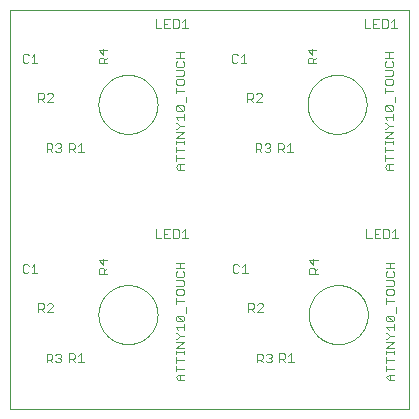
<source format=gto>
G75*
%MOIN*%
%OFA0B0*%
%FSLAX25Y25*%
%IPPOS*%
%LPD*%
%AMOC8*
5,1,8,0,0,1.08239X$1,22.5*
%
%ADD10C,0.00300*%
%ADD11C,0.00000*%
D10*
X0013527Y0017063D02*
X0013527Y0019966D01*
X0014978Y0019966D01*
X0015462Y0019482D01*
X0015462Y0018515D01*
X0014978Y0018031D01*
X0013527Y0018031D01*
X0014494Y0018031D02*
X0015462Y0017063D01*
X0016473Y0017547D02*
X0016957Y0017063D01*
X0017924Y0017063D01*
X0018408Y0017547D01*
X0018408Y0018031D01*
X0017924Y0018515D01*
X0017441Y0018515D01*
X0017924Y0018515D02*
X0018408Y0018998D01*
X0018408Y0019482D01*
X0017924Y0019966D01*
X0016957Y0019966D01*
X0016473Y0019482D01*
X0020968Y0020045D02*
X0020968Y0017142D01*
X0020968Y0018110D02*
X0022419Y0018110D01*
X0022903Y0018593D01*
X0022903Y0019561D01*
X0022419Y0020045D01*
X0020968Y0020045D01*
X0021935Y0018110D02*
X0022903Y0017142D01*
X0023914Y0017142D02*
X0025849Y0017142D01*
X0024882Y0017142D02*
X0024882Y0020045D01*
X0023914Y0019077D01*
X0015613Y0033953D02*
X0013678Y0033953D01*
X0015613Y0035888D01*
X0015613Y0036372D01*
X0015129Y0036856D01*
X0014162Y0036856D01*
X0013678Y0036372D01*
X0012667Y0036372D02*
X0012667Y0035404D01*
X0012183Y0034921D01*
X0010732Y0034921D01*
X0011699Y0034921D02*
X0012667Y0033953D01*
X0010732Y0033953D02*
X0010732Y0036856D01*
X0012183Y0036856D01*
X0012667Y0036372D01*
X0010436Y0046906D02*
X0008501Y0046906D01*
X0009468Y0046906D02*
X0009468Y0049808D01*
X0008501Y0048841D01*
X0007489Y0049325D02*
X0007006Y0049808D01*
X0006038Y0049808D01*
X0005554Y0049325D01*
X0005554Y0047390D01*
X0006038Y0046906D01*
X0007006Y0046906D01*
X0007489Y0047390D01*
X0030847Y0046682D02*
X0030847Y0048133D01*
X0031331Y0048617D01*
X0032298Y0048617D01*
X0032782Y0048133D01*
X0032782Y0046682D01*
X0032782Y0047650D02*
X0033750Y0048617D01*
X0032298Y0049629D02*
X0032298Y0051564D01*
X0030847Y0051080D02*
X0032298Y0049629D01*
X0033750Y0051080D02*
X0030847Y0051080D01*
X0030847Y0046682D02*
X0033750Y0046682D01*
X0049826Y0058500D02*
X0051761Y0058500D01*
X0052772Y0058500D02*
X0054707Y0058500D01*
X0055719Y0058500D02*
X0057170Y0058500D01*
X0057654Y0058984D01*
X0057654Y0060919D01*
X0057170Y0061403D01*
X0055719Y0061403D01*
X0055719Y0058500D01*
X0053740Y0059952D02*
X0052772Y0059952D01*
X0052772Y0061403D02*
X0052772Y0058500D01*
X0049826Y0058500D02*
X0049826Y0061403D01*
X0052772Y0061403D02*
X0054707Y0061403D01*
X0058666Y0060435D02*
X0059633Y0061403D01*
X0059633Y0058500D01*
X0058666Y0058500D02*
X0060600Y0058500D01*
X0059388Y0050356D02*
X0056486Y0050356D01*
X0057937Y0050356D02*
X0057937Y0048421D01*
X0058904Y0047410D02*
X0059388Y0046926D01*
X0059388Y0045959D01*
X0058904Y0045475D01*
X0056969Y0045475D01*
X0056486Y0045959D01*
X0056486Y0046926D01*
X0056969Y0047410D01*
X0056486Y0048421D02*
X0059388Y0048421D01*
X0058904Y0044463D02*
X0056486Y0044463D01*
X0056486Y0042528D02*
X0058904Y0042528D01*
X0059388Y0043012D01*
X0059388Y0043980D01*
X0058904Y0044463D01*
X0058904Y0041517D02*
X0056969Y0041517D01*
X0056486Y0041033D01*
X0056486Y0040066D01*
X0056969Y0039582D01*
X0058904Y0039582D01*
X0059388Y0040066D01*
X0059388Y0041033D01*
X0058904Y0041517D01*
X0056486Y0038570D02*
X0056486Y0036635D01*
X0056486Y0037603D02*
X0059388Y0037603D01*
X0059872Y0035624D02*
X0059872Y0033689D01*
X0058904Y0032677D02*
X0059388Y0032194D01*
X0059388Y0031226D01*
X0058904Y0030742D01*
X0056969Y0032677D01*
X0058904Y0032677D01*
X0056969Y0032677D02*
X0056486Y0032194D01*
X0056486Y0031226D01*
X0056969Y0030742D01*
X0058904Y0030742D01*
X0059388Y0029731D02*
X0059388Y0027796D01*
X0059388Y0028763D02*
X0056486Y0028763D01*
X0057453Y0027796D01*
X0056969Y0026784D02*
X0056486Y0026784D01*
X0056969Y0026784D02*
X0057937Y0025817D01*
X0059388Y0025817D01*
X0057937Y0025817D02*
X0056969Y0024849D01*
X0056486Y0024849D01*
X0056486Y0023838D02*
X0059388Y0023838D01*
X0056486Y0021903D01*
X0059388Y0021903D01*
X0059388Y0020906D02*
X0059388Y0019938D01*
X0059388Y0020422D02*
X0056486Y0020422D01*
X0056486Y0019938D02*
X0056486Y0020906D01*
X0056486Y0018927D02*
X0056486Y0016992D01*
X0056486Y0017959D02*
X0059388Y0017959D01*
X0059388Y0015013D02*
X0056486Y0015013D01*
X0056486Y0015980D02*
X0056486Y0014045D01*
X0057453Y0013034D02*
X0059388Y0013034D01*
X0057937Y0013034D02*
X0057937Y0011099D01*
X0057453Y0011099D02*
X0056486Y0012066D01*
X0057453Y0013034D01*
X0057453Y0011099D02*
X0059388Y0011099D01*
X0080810Y0033953D02*
X0080810Y0036856D01*
X0082262Y0036856D01*
X0082745Y0036372D01*
X0082745Y0035404D01*
X0082262Y0034921D01*
X0080810Y0034921D01*
X0081778Y0034921D02*
X0082745Y0033953D01*
X0083757Y0033953D02*
X0085692Y0035888D01*
X0085692Y0036372D01*
X0085208Y0036856D01*
X0084241Y0036856D01*
X0083757Y0036372D01*
X0083757Y0033953D02*
X0085692Y0033953D01*
X0080515Y0046906D02*
X0078580Y0046906D01*
X0079547Y0046906D02*
X0079547Y0049808D01*
X0078580Y0048841D01*
X0077568Y0049325D02*
X0077084Y0049808D01*
X0076117Y0049808D01*
X0075633Y0049325D01*
X0075633Y0047390D01*
X0076117Y0046906D01*
X0077084Y0046906D01*
X0077568Y0047390D01*
X0100926Y0046682D02*
X0100926Y0048133D01*
X0101410Y0048617D01*
X0102377Y0048617D01*
X0102861Y0048133D01*
X0102861Y0046682D01*
X0103828Y0046682D02*
X0100926Y0046682D01*
X0102861Y0047650D02*
X0103828Y0048617D01*
X0102377Y0049629D02*
X0102377Y0051564D01*
X0100926Y0051080D02*
X0102377Y0049629D01*
X0103828Y0051080D02*
X0100926Y0051080D01*
X0119905Y0058500D02*
X0121840Y0058500D01*
X0122851Y0058500D02*
X0124786Y0058500D01*
X0125798Y0058500D02*
X0127249Y0058500D01*
X0127733Y0058984D01*
X0127733Y0060919D01*
X0127249Y0061403D01*
X0125798Y0061403D01*
X0125798Y0058500D01*
X0123819Y0059952D02*
X0122851Y0059952D01*
X0122851Y0061403D02*
X0122851Y0058500D01*
X0119905Y0058500D02*
X0119905Y0061403D01*
X0122851Y0061403D02*
X0124786Y0061403D01*
X0128744Y0060435D02*
X0129712Y0061403D01*
X0129712Y0058500D01*
X0130679Y0058500D02*
X0128744Y0058500D01*
X0129467Y0050356D02*
X0126564Y0050356D01*
X0128016Y0050356D02*
X0128016Y0048421D01*
X0128983Y0047410D02*
X0129467Y0046926D01*
X0129467Y0045959D01*
X0128983Y0045475D01*
X0127048Y0045475D01*
X0126564Y0045959D01*
X0126564Y0046926D01*
X0127048Y0047410D01*
X0126564Y0048421D02*
X0129467Y0048421D01*
X0128983Y0044463D02*
X0126564Y0044463D01*
X0126564Y0042528D02*
X0128983Y0042528D01*
X0129467Y0043012D01*
X0129467Y0043980D01*
X0128983Y0044463D01*
X0128983Y0041517D02*
X0127048Y0041517D01*
X0126564Y0041033D01*
X0126564Y0040066D01*
X0127048Y0039582D01*
X0128983Y0039582D01*
X0129467Y0040066D01*
X0129467Y0041033D01*
X0128983Y0041517D01*
X0126564Y0038570D02*
X0126564Y0036635D01*
X0126564Y0037603D02*
X0129467Y0037603D01*
X0129951Y0035624D02*
X0129951Y0033689D01*
X0128983Y0032677D02*
X0129467Y0032194D01*
X0129467Y0031226D01*
X0128983Y0030742D01*
X0127048Y0032677D01*
X0128983Y0032677D01*
X0127048Y0032677D02*
X0126564Y0032194D01*
X0126564Y0031226D01*
X0127048Y0030742D01*
X0128983Y0030742D01*
X0129467Y0029731D02*
X0129467Y0027796D01*
X0129467Y0028763D02*
X0126564Y0028763D01*
X0127532Y0027796D01*
X0127048Y0026784D02*
X0126564Y0026784D01*
X0127048Y0026784D02*
X0128016Y0025817D01*
X0129467Y0025817D01*
X0128016Y0025817D02*
X0127048Y0024849D01*
X0126564Y0024849D01*
X0126564Y0023838D02*
X0129467Y0023838D01*
X0126564Y0021903D01*
X0129467Y0021903D01*
X0129467Y0020906D02*
X0129467Y0019938D01*
X0129467Y0020422D02*
X0126564Y0020422D01*
X0126564Y0019938D02*
X0126564Y0020906D01*
X0126564Y0018927D02*
X0126564Y0016992D01*
X0126564Y0017959D02*
X0129467Y0017959D01*
X0129467Y0015013D02*
X0126564Y0015013D01*
X0126564Y0015980D02*
X0126564Y0014045D01*
X0127532Y0013034D02*
X0129467Y0013034D01*
X0128016Y0013034D02*
X0128016Y0011099D01*
X0127532Y0011099D02*
X0126564Y0012066D01*
X0127532Y0013034D01*
X0127532Y0011099D02*
X0129467Y0011099D01*
X0095928Y0017142D02*
X0093993Y0017142D01*
X0094960Y0017142D02*
X0094960Y0020045D01*
X0093993Y0019077D01*
X0092981Y0018593D02*
X0092498Y0018110D01*
X0091046Y0018110D01*
X0091046Y0017142D02*
X0091046Y0020045D01*
X0092498Y0020045D01*
X0092981Y0019561D01*
X0092981Y0018593D01*
X0092014Y0018110D02*
X0092981Y0017142D01*
X0088487Y0017547D02*
X0088003Y0017063D01*
X0087036Y0017063D01*
X0086552Y0017547D01*
X0085540Y0017063D02*
X0084573Y0018031D01*
X0085057Y0018031D02*
X0083605Y0018031D01*
X0083605Y0017063D02*
X0083605Y0019966D01*
X0085057Y0019966D01*
X0085540Y0019482D01*
X0085540Y0018515D01*
X0085057Y0018031D01*
X0086552Y0019482D02*
X0087036Y0019966D01*
X0088003Y0019966D01*
X0088487Y0019482D01*
X0088487Y0018998D01*
X0088003Y0018515D01*
X0088487Y0018031D01*
X0088487Y0017547D01*
X0088003Y0018515D02*
X0087519Y0018515D01*
X0059388Y0081178D02*
X0057453Y0081178D01*
X0056486Y0082145D01*
X0057453Y0083113D01*
X0059388Y0083113D01*
X0057937Y0083113D02*
X0057937Y0081178D01*
X0056486Y0084124D02*
X0056486Y0086059D01*
X0056486Y0085092D02*
X0059388Y0085092D01*
X0059388Y0088038D02*
X0056486Y0088038D01*
X0056486Y0087071D02*
X0056486Y0089006D01*
X0056486Y0090017D02*
X0056486Y0090985D01*
X0056486Y0090501D02*
X0059388Y0090501D01*
X0059388Y0090017D02*
X0059388Y0090985D01*
X0059388Y0091981D02*
X0056486Y0091981D01*
X0059388Y0093916D01*
X0056486Y0093916D01*
X0056486Y0094928D02*
X0056969Y0094928D01*
X0057937Y0095895D01*
X0059388Y0095895D01*
X0057937Y0095895D02*
X0056969Y0096863D01*
X0056486Y0096863D01*
X0057453Y0097874D02*
X0056486Y0098842D01*
X0059388Y0098842D01*
X0059388Y0099809D02*
X0059388Y0097874D01*
X0058904Y0100821D02*
X0056969Y0100821D01*
X0056486Y0101305D01*
X0056486Y0102272D01*
X0056969Y0102756D01*
X0058904Y0100821D01*
X0059388Y0101305D01*
X0059388Y0102272D01*
X0058904Y0102756D01*
X0056969Y0102756D01*
X0059872Y0103768D02*
X0059872Y0105703D01*
X0059388Y0107682D02*
X0056486Y0107682D01*
X0056486Y0108649D02*
X0056486Y0106714D01*
X0056969Y0109661D02*
X0058904Y0109661D01*
X0059388Y0110144D01*
X0059388Y0111112D01*
X0058904Y0111596D01*
X0056969Y0111596D01*
X0056486Y0111112D01*
X0056486Y0110144D01*
X0056969Y0109661D01*
X0056486Y0112607D02*
X0058904Y0112607D01*
X0059388Y0113091D01*
X0059388Y0114058D01*
X0058904Y0114542D01*
X0056486Y0114542D01*
X0056969Y0115554D02*
X0058904Y0115554D01*
X0059388Y0116037D01*
X0059388Y0117005D01*
X0058904Y0117489D01*
X0059388Y0118500D02*
X0056486Y0118500D01*
X0056969Y0117489D02*
X0056486Y0117005D01*
X0056486Y0116037D01*
X0056969Y0115554D01*
X0057937Y0118500D02*
X0057937Y0120435D01*
X0056486Y0120435D02*
X0059388Y0120435D01*
X0059633Y0128579D02*
X0059633Y0131482D01*
X0058666Y0130514D01*
X0057654Y0130998D02*
X0057654Y0129063D01*
X0057170Y0128579D01*
X0055719Y0128579D01*
X0055719Y0131482D01*
X0057170Y0131482D01*
X0057654Y0130998D01*
X0058666Y0128579D02*
X0060600Y0128579D01*
X0054707Y0128579D02*
X0052772Y0128579D01*
X0052772Y0131482D01*
X0054707Y0131482D01*
X0053740Y0130030D02*
X0052772Y0130030D01*
X0051761Y0128579D02*
X0049826Y0128579D01*
X0049826Y0131482D01*
X0033750Y0121159D02*
X0030847Y0121159D01*
X0032298Y0119707D01*
X0032298Y0121642D01*
X0032298Y0118696D02*
X0032782Y0118212D01*
X0032782Y0116761D01*
X0032782Y0117728D02*
X0033750Y0118696D01*
X0032298Y0118696D02*
X0031331Y0118696D01*
X0030847Y0118212D01*
X0030847Y0116761D01*
X0033750Y0116761D01*
X0015613Y0106451D02*
X0015613Y0105967D01*
X0013678Y0104032D01*
X0015613Y0104032D01*
X0015613Y0106451D02*
X0015129Y0106934D01*
X0014162Y0106934D01*
X0013678Y0106451D01*
X0012667Y0106451D02*
X0012667Y0105483D01*
X0012183Y0104999D01*
X0010732Y0104999D01*
X0011699Y0104999D02*
X0012667Y0104032D01*
X0010732Y0104032D02*
X0010732Y0106934D01*
X0012183Y0106934D01*
X0012667Y0106451D01*
X0010436Y0116985D02*
X0008501Y0116985D01*
X0009468Y0116985D02*
X0009468Y0119887D01*
X0008501Y0118920D01*
X0007489Y0119403D02*
X0007006Y0119887D01*
X0006038Y0119887D01*
X0005554Y0119403D01*
X0005554Y0117468D01*
X0006038Y0116985D01*
X0007006Y0116985D01*
X0007489Y0117468D01*
X0013527Y0090045D02*
X0014978Y0090045D01*
X0015462Y0089561D01*
X0015462Y0088593D01*
X0014978Y0088110D01*
X0013527Y0088110D01*
X0014494Y0088110D02*
X0015462Y0087142D01*
X0016473Y0087626D02*
X0016957Y0087142D01*
X0017924Y0087142D01*
X0018408Y0087626D01*
X0018408Y0088110D01*
X0017924Y0088593D01*
X0017441Y0088593D01*
X0017924Y0088593D02*
X0018408Y0089077D01*
X0018408Y0089561D01*
X0017924Y0090045D01*
X0016957Y0090045D01*
X0016473Y0089561D01*
X0013527Y0090045D02*
X0013527Y0087142D01*
X0020968Y0087221D02*
X0020968Y0090123D01*
X0022419Y0090123D01*
X0022903Y0089640D01*
X0022903Y0088672D01*
X0022419Y0088188D01*
X0020968Y0088188D01*
X0021935Y0088188D02*
X0022903Y0087221D01*
X0023914Y0087221D02*
X0025849Y0087221D01*
X0024882Y0087221D02*
X0024882Y0090123D01*
X0023914Y0089156D01*
X0075239Y0117468D02*
X0075723Y0116985D01*
X0076691Y0116985D01*
X0077174Y0117468D01*
X0078186Y0116985D02*
X0080121Y0116985D01*
X0079153Y0116985D02*
X0079153Y0119887D01*
X0078186Y0118920D01*
X0077174Y0119403D02*
X0076691Y0119887D01*
X0075723Y0119887D01*
X0075239Y0119403D01*
X0075239Y0117468D01*
X0080417Y0106934D02*
X0081868Y0106934D01*
X0082352Y0106451D01*
X0082352Y0105483D01*
X0081868Y0104999D01*
X0080417Y0104999D01*
X0081384Y0104999D02*
X0082352Y0104032D01*
X0083363Y0104032D02*
X0085298Y0105967D01*
X0085298Y0106451D01*
X0084814Y0106934D01*
X0083847Y0106934D01*
X0083363Y0106451D01*
X0083363Y0104032D02*
X0085298Y0104032D01*
X0080417Y0104032D02*
X0080417Y0106934D01*
X0083212Y0090045D02*
X0084663Y0090045D01*
X0085147Y0089561D01*
X0085147Y0088593D01*
X0084663Y0088110D01*
X0083212Y0088110D01*
X0084179Y0088110D02*
X0085147Y0087142D01*
X0086158Y0087626D02*
X0086642Y0087142D01*
X0087610Y0087142D01*
X0088093Y0087626D01*
X0088093Y0088110D01*
X0087610Y0088593D01*
X0087126Y0088593D01*
X0087610Y0088593D02*
X0088093Y0089077D01*
X0088093Y0089561D01*
X0087610Y0090045D01*
X0086642Y0090045D01*
X0086158Y0089561D01*
X0083212Y0090045D02*
X0083212Y0087142D01*
X0090653Y0087221D02*
X0090653Y0090123D01*
X0092104Y0090123D01*
X0092588Y0089640D01*
X0092588Y0088672D01*
X0092104Y0088188D01*
X0090653Y0088188D01*
X0091620Y0088188D02*
X0092588Y0087221D01*
X0093599Y0087221D02*
X0095534Y0087221D01*
X0094567Y0087221D02*
X0094567Y0090123D01*
X0093599Y0089156D01*
X0100532Y0116761D02*
X0100532Y0118212D01*
X0101016Y0118696D01*
X0101983Y0118696D01*
X0102467Y0118212D01*
X0102467Y0116761D01*
X0102467Y0117728D02*
X0103435Y0118696D01*
X0101983Y0119707D02*
X0101983Y0121642D01*
X0100532Y0121159D02*
X0101983Y0119707D01*
X0100532Y0121159D02*
X0103435Y0121159D01*
X0103435Y0116761D02*
X0100532Y0116761D01*
X0119511Y0128579D02*
X0121446Y0128579D01*
X0122458Y0128579D02*
X0124392Y0128579D01*
X0125404Y0128579D02*
X0126855Y0128579D01*
X0127339Y0129063D01*
X0127339Y0130998D01*
X0126855Y0131482D01*
X0125404Y0131482D01*
X0125404Y0128579D01*
X0123425Y0130030D02*
X0122458Y0130030D01*
X0122458Y0128579D02*
X0122458Y0131482D01*
X0124392Y0131482D01*
X0128351Y0130514D02*
X0129318Y0131482D01*
X0129318Y0128579D01*
X0128351Y0128579D02*
X0130286Y0128579D01*
X0129073Y0120435D02*
X0126171Y0120435D01*
X0127622Y0120435D02*
X0127622Y0118500D01*
X0126655Y0117489D02*
X0126171Y0117005D01*
X0126171Y0116037D01*
X0126655Y0115554D01*
X0128589Y0115554D01*
X0129073Y0116037D01*
X0129073Y0117005D01*
X0128589Y0117489D01*
X0129073Y0118500D02*
X0126171Y0118500D01*
X0126171Y0114542D02*
X0128589Y0114542D01*
X0129073Y0114058D01*
X0129073Y0113091D01*
X0128589Y0112607D01*
X0126171Y0112607D01*
X0126655Y0111596D02*
X0126171Y0111112D01*
X0126171Y0110144D01*
X0126655Y0109661D01*
X0128589Y0109661D01*
X0129073Y0110144D01*
X0129073Y0111112D01*
X0128589Y0111596D01*
X0126655Y0111596D01*
X0126171Y0108649D02*
X0126171Y0106714D01*
X0126171Y0107682D02*
X0129073Y0107682D01*
X0129557Y0105703D02*
X0129557Y0103768D01*
X0128589Y0102756D02*
X0129073Y0102272D01*
X0129073Y0101305D01*
X0128589Y0100821D01*
X0126655Y0102756D01*
X0128589Y0102756D01*
X0126655Y0102756D02*
X0126171Y0102272D01*
X0126171Y0101305D01*
X0126655Y0100821D01*
X0128589Y0100821D01*
X0129073Y0099809D02*
X0129073Y0097874D01*
X0129073Y0098842D02*
X0126171Y0098842D01*
X0127138Y0097874D01*
X0126655Y0096863D02*
X0126171Y0096863D01*
X0126655Y0096863D02*
X0127622Y0095895D01*
X0129073Y0095895D01*
X0127622Y0095895D02*
X0126655Y0094928D01*
X0126171Y0094928D01*
X0126171Y0093916D02*
X0129073Y0093916D01*
X0126171Y0091981D01*
X0129073Y0091981D01*
X0129073Y0090985D02*
X0129073Y0090017D01*
X0129073Y0090501D02*
X0126171Y0090501D01*
X0126171Y0090017D02*
X0126171Y0090985D01*
X0126171Y0089006D02*
X0126171Y0087071D01*
X0126171Y0088038D02*
X0129073Y0088038D01*
X0129073Y0085092D02*
X0126171Y0085092D01*
X0126171Y0086059D02*
X0126171Y0084124D01*
X0127138Y0083113D02*
X0126171Y0082145D01*
X0127138Y0081178D01*
X0129073Y0081178D01*
X0127622Y0081178D02*
X0127622Y0083113D01*
X0127138Y0083113D02*
X0129073Y0083113D01*
X0119511Y0128579D02*
X0119511Y0131482D01*
D11*
X0134381Y0001539D02*
X0001310Y0001539D01*
X0001310Y0134610D01*
X0134381Y0134610D01*
X0134381Y0001539D01*
X0100876Y0032996D02*
X0100879Y0033238D01*
X0100888Y0033479D01*
X0100903Y0033720D01*
X0100923Y0033961D01*
X0100950Y0034201D01*
X0100983Y0034440D01*
X0101021Y0034679D01*
X0101065Y0034916D01*
X0101115Y0035153D01*
X0101171Y0035388D01*
X0101233Y0035621D01*
X0101300Y0035853D01*
X0101373Y0036084D01*
X0101451Y0036312D01*
X0101536Y0036538D01*
X0101625Y0036763D01*
X0101720Y0036985D01*
X0101821Y0037204D01*
X0101927Y0037422D01*
X0102038Y0037636D01*
X0102155Y0037848D01*
X0102276Y0038056D01*
X0102403Y0038262D01*
X0102535Y0038464D01*
X0102672Y0038664D01*
X0102813Y0038859D01*
X0102959Y0039052D01*
X0103110Y0039240D01*
X0103266Y0039425D01*
X0103426Y0039606D01*
X0103590Y0039783D01*
X0103759Y0039956D01*
X0103932Y0040125D01*
X0104109Y0040289D01*
X0104290Y0040449D01*
X0104475Y0040605D01*
X0104663Y0040756D01*
X0104856Y0040902D01*
X0105051Y0041043D01*
X0105251Y0041180D01*
X0105453Y0041312D01*
X0105659Y0041439D01*
X0105867Y0041560D01*
X0106079Y0041677D01*
X0106293Y0041788D01*
X0106511Y0041894D01*
X0106730Y0041995D01*
X0106952Y0042090D01*
X0107177Y0042179D01*
X0107403Y0042264D01*
X0107631Y0042342D01*
X0107862Y0042415D01*
X0108094Y0042482D01*
X0108327Y0042544D01*
X0108562Y0042600D01*
X0108799Y0042650D01*
X0109036Y0042694D01*
X0109275Y0042732D01*
X0109514Y0042765D01*
X0109754Y0042792D01*
X0109995Y0042812D01*
X0110236Y0042827D01*
X0110477Y0042836D01*
X0110719Y0042839D01*
X0110961Y0042836D01*
X0111202Y0042827D01*
X0111443Y0042812D01*
X0111684Y0042792D01*
X0111924Y0042765D01*
X0112163Y0042732D01*
X0112402Y0042694D01*
X0112639Y0042650D01*
X0112876Y0042600D01*
X0113111Y0042544D01*
X0113344Y0042482D01*
X0113576Y0042415D01*
X0113807Y0042342D01*
X0114035Y0042264D01*
X0114261Y0042179D01*
X0114486Y0042090D01*
X0114708Y0041995D01*
X0114927Y0041894D01*
X0115145Y0041788D01*
X0115359Y0041677D01*
X0115571Y0041560D01*
X0115779Y0041439D01*
X0115985Y0041312D01*
X0116187Y0041180D01*
X0116387Y0041043D01*
X0116582Y0040902D01*
X0116775Y0040756D01*
X0116963Y0040605D01*
X0117148Y0040449D01*
X0117329Y0040289D01*
X0117506Y0040125D01*
X0117679Y0039956D01*
X0117848Y0039783D01*
X0118012Y0039606D01*
X0118172Y0039425D01*
X0118328Y0039240D01*
X0118479Y0039052D01*
X0118625Y0038859D01*
X0118766Y0038664D01*
X0118903Y0038464D01*
X0119035Y0038262D01*
X0119162Y0038056D01*
X0119283Y0037848D01*
X0119400Y0037636D01*
X0119511Y0037422D01*
X0119617Y0037204D01*
X0119718Y0036985D01*
X0119813Y0036763D01*
X0119902Y0036538D01*
X0119987Y0036312D01*
X0120065Y0036084D01*
X0120138Y0035853D01*
X0120205Y0035621D01*
X0120267Y0035388D01*
X0120323Y0035153D01*
X0120373Y0034916D01*
X0120417Y0034679D01*
X0120455Y0034440D01*
X0120488Y0034201D01*
X0120515Y0033961D01*
X0120535Y0033720D01*
X0120550Y0033479D01*
X0120559Y0033238D01*
X0120562Y0032996D01*
X0120559Y0032754D01*
X0120550Y0032513D01*
X0120535Y0032272D01*
X0120515Y0032031D01*
X0120488Y0031791D01*
X0120455Y0031552D01*
X0120417Y0031313D01*
X0120373Y0031076D01*
X0120323Y0030839D01*
X0120267Y0030604D01*
X0120205Y0030371D01*
X0120138Y0030139D01*
X0120065Y0029908D01*
X0119987Y0029680D01*
X0119902Y0029454D01*
X0119813Y0029229D01*
X0119718Y0029007D01*
X0119617Y0028788D01*
X0119511Y0028570D01*
X0119400Y0028356D01*
X0119283Y0028144D01*
X0119162Y0027936D01*
X0119035Y0027730D01*
X0118903Y0027528D01*
X0118766Y0027328D01*
X0118625Y0027133D01*
X0118479Y0026940D01*
X0118328Y0026752D01*
X0118172Y0026567D01*
X0118012Y0026386D01*
X0117848Y0026209D01*
X0117679Y0026036D01*
X0117506Y0025867D01*
X0117329Y0025703D01*
X0117148Y0025543D01*
X0116963Y0025387D01*
X0116775Y0025236D01*
X0116582Y0025090D01*
X0116387Y0024949D01*
X0116187Y0024812D01*
X0115985Y0024680D01*
X0115779Y0024553D01*
X0115571Y0024432D01*
X0115359Y0024315D01*
X0115145Y0024204D01*
X0114927Y0024098D01*
X0114708Y0023997D01*
X0114486Y0023902D01*
X0114261Y0023813D01*
X0114035Y0023728D01*
X0113807Y0023650D01*
X0113576Y0023577D01*
X0113344Y0023510D01*
X0113111Y0023448D01*
X0112876Y0023392D01*
X0112639Y0023342D01*
X0112402Y0023298D01*
X0112163Y0023260D01*
X0111924Y0023227D01*
X0111684Y0023200D01*
X0111443Y0023180D01*
X0111202Y0023165D01*
X0110961Y0023156D01*
X0110719Y0023153D01*
X0110477Y0023156D01*
X0110236Y0023165D01*
X0109995Y0023180D01*
X0109754Y0023200D01*
X0109514Y0023227D01*
X0109275Y0023260D01*
X0109036Y0023298D01*
X0108799Y0023342D01*
X0108562Y0023392D01*
X0108327Y0023448D01*
X0108094Y0023510D01*
X0107862Y0023577D01*
X0107631Y0023650D01*
X0107403Y0023728D01*
X0107177Y0023813D01*
X0106952Y0023902D01*
X0106730Y0023997D01*
X0106511Y0024098D01*
X0106293Y0024204D01*
X0106079Y0024315D01*
X0105867Y0024432D01*
X0105659Y0024553D01*
X0105453Y0024680D01*
X0105251Y0024812D01*
X0105051Y0024949D01*
X0104856Y0025090D01*
X0104663Y0025236D01*
X0104475Y0025387D01*
X0104290Y0025543D01*
X0104109Y0025703D01*
X0103932Y0025867D01*
X0103759Y0026036D01*
X0103590Y0026209D01*
X0103426Y0026386D01*
X0103266Y0026567D01*
X0103110Y0026752D01*
X0102959Y0026940D01*
X0102813Y0027133D01*
X0102672Y0027328D01*
X0102535Y0027528D01*
X0102403Y0027730D01*
X0102276Y0027936D01*
X0102155Y0028144D01*
X0102038Y0028356D01*
X0101927Y0028570D01*
X0101821Y0028788D01*
X0101720Y0029007D01*
X0101625Y0029229D01*
X0101536Y0029454D01*
X0101451Y0029680D01*
X0101373Y0029908D01*
X0101300Y0030139D01*
X0101233Y0030371D01*
X0101171Y0030604D01*
X0101115Y0030839D01*
X0101065Y0031076D01*
X0101021Y0031313D01*
X0100983Y0031552D01*
X0100950Y0031791D01*
X0100923Y0032031D01*
X0100903Y0032272D01*
X0100888Y0032513D01*
X0100879Y0032754D01*
X0100876Y0032996D01*
X0030798Y0032996D02*
X0030801Y0033238D01*
X0030810Y0033479D01*
X0030825Y0033720D01*
X0030845Y0033961D01*
X0030872Y0034201D01*
X0030905Y0034440D01*
X0030943Y0034679D01*
X0030987Y0034916D01*
X0031037Y0035153D01*
X0031093Y0035388D01*
X0031155Y0035621D01*
X0031222Y0035853D01*
X0031295Y0036084D01*
X0031373Y0036312D01*
X0031458Y0036538D01*
X0031547Y0036763D01*
X0031642Y0036985D01*
X0031743Y0037204D01*
X0031849Y0037422D01*
X0031960Y0037636D01*
X0032077Y0037848D01*
X0032198Y0038056D01*
X0032325Y0038262D01*
X0032457Y0038464D01*
X0032594Y0038664D01*
X0032735Y0038859D01*
X0032881Y0039052D01*
X0033032Y0039240D01*
X0033188Y0039425D01*
X0033348Y0039606D01*
X0033512Y0039783D01*
X0033681Y0039956D01*
X0033854Y0040125D01*
X0034031Y0040289D01*
X0034212Y0040449D01*
X0034397Y0040605D01*
X0034585Y0040756D01*
X0034778Y0040902D01*
X0034973Y0041043D01*
X0035173Y0041180D01*
X0035375Y0041312D01*
X0035581Y0041439D01*
X0035789Y0041560D01*
X0036001Y0041677D01*
X0036215Y0041788D01*
X0036433Y0041894D01*
X0036652Y0041995D01*
X0036874Y0042090D01*
X0037099Y0042179D01*
X0037325Y0042264D01*
X0037553Y0042342D01*
X0037784Y0042415D01*
X0038016Y0042482D01*
X0038249Y0042544D01*
X0038484Y0042600D01*
X0038721Y0042650D01*
X0038958Y0042694D01*
X0039197Y0042732D01*
X0039436Y0042765D01*
X0039676Y0042792D01*
X0039917Y0042812D01*
X0040158Y0042827D01*
X0040399Y0042836D01*
X0040641Y0042839D01*
X0040883Y0042836D01*
X0041124Y0042827D01*
X0041365Y0042812D01*
X0041606Y0042792D01*
X0041846Y0042765D01*
X0042085Y0042732D01*
X0042324Y0042694D01*
X0042561Y0042650D01*
X0042798Y0042600D01*
X0043033Y0042544D01*
X0043266Y0042482D01*
X0043498Y0042415D01*
X0043729Y0042342D01*
X0043957Y0042264D01*
X0044183Y0042179D01*
X0044408Y0042090D01*
X0044630Y0041995D01*
X0044849Y0041894D01*
X0045067Y0041788D01*
X0045281Y0041677D01*
X0045493Y0041560D01*
X0045701Y0041439D01*
X0045907Y0041312D01*
X0046109Y0041180D01*
X0046309Y0041043D01*
X0046504Y0040902D01*
X0046697Y0040756D01*
X0046885Y0040605D01*
X0047070Y0040449D01*
X0047251Y0040289D01*
X0047428Y0040125D01*
X0047601Y0039956D01*
X0047770Y0039783D01*
X0047934Y0039606D01*
X0048094Y0039425D01*
X0048250Y0039240D01*
X0048401Y0039052D01*
X0048547Y0038859D01*
X0048688Y0038664D01*
X0048825Y0038464D01*
X0048957Y0038262D01*
X0049084Y0038056D01*
X0049205Y0037848D01*
X0049322Y0037636D01*
X0049433Y0037422D01*
X0049539Y0037204D01*
X0049640Y0036985D01*
X0049735Y0036763D01*
X0049824Y0036538D01*
X0049909Y0036312D01*
X0049987Y0036084D01*
X0050060Y0035853D01*
X0050127Y0035621D01*
X0050189Y0035388D01*
X0050245Y0035153D01*
X0050295Y0034916D01*
X0050339Y0034679D01*
X0050377Y0034440D01*
X0050410Y0034201D01*
X0050437Y0033961D01*
X0050457Y0033720D01*
X0050472Y0033479D01*
X0050481Y0033238D01*
X0050484Y0032996D01*
X0050481Y0032754D01*
X0050472Y0032513D01*
X0050457Y0032272D01*
X0050437Y0032031D01*
X0050410Y0031791D01*
X0050377Y0031552D01*
X0050339Y0031313D01*
X0050295Y0031076D01*
X0050245Y0030839D01*
X0050189Y0030604D01*
X0050127Y0030371D01*
X0050060Y0030139D01*
X0049987Y0029908D01*
X0049909Y0029680D01*
X0049824Y0029454D01*
X0049735Y0029229D01*
X0049640Y0029007D01*
X0049539Y0028788D01*
X0049433Y0028570D01*
X0049322Y0028356D01*
X0049205Y0028144D01*
X0049084Y0027936D01*
X0048957Y0027730D01*
X0048825Y0027528D01*
X0048688Y0027328D01*
X0048547Y0027133D01*
X0048401Y0026940D01*
X0048250Y0026752D01*
X0048094Y0026567D01*
X0047934Y0026386D01*
X0047770Y0026209D01*
X0047601Y0026036D01*
X0047428Y0025867D01*
X0047251Y0025703D01*
X0047070Y0025543D01*
X0046885Y0025387D01*
X0046697Y0025236D01*
X0046504Y0025090D01*
X0046309Y0024949D01*
X0046109Y0024812D01*
X0045907Y0024680D01*
X0045701Y0024553D01*
X0045493Y0024432D01*
X0045281Y0024315D01*
X0045067Y0024204D01*
X0044849Y0024098D01*
X0044630Y0023997D01*
X0044408Y0023902D01*
X0044183Y0023813D01*
X0043957Y0023728D01*
X0043729Y0023650D01*
X0043498Y0023577D01*
X0043266Y0023510D01*
X0043033Y0023448D01*
X0042798Y0023392D01*
X0042561Y0023342D01*
X0042324Y0023298D01*
X0042085Y0023260D01*
X0041846Y0023227D01*
X0041606Y0023200D01*
X0041365Y0023180D01*
X0041124Y0023165D01*
X0040883Y0023156D01*
X0040641Y0023153D01*
X0040399Y0023156D01*
X0040158Y0023165D01*
X0039917Y0023180D01*
X0039676Y0023200D01*
X0039436Y0023227D01*
X0039197Y0023260D01*
X0038958Y0023298D01*
X0038721Y0023342D01*
X0038484Y0023392D01*
X0038249Y0023448D01*
X0038016Y0023510D01*
X0037784Y0023577D01*
X0037553Y0023650D01*
X0037325Y0023728D01*
X0037099Y0023813D01*
X0036874Y0023902D01*
X0036652Y0023997D01*
X0036433Y0024098D01*
X0036215Y0024204D01*
X0036001Y0024315D01*
X0035789Y0024432D01*
X0035581Y0024553D01*
X0035375Y0024680D01*
X0035173Y0024812D01*
X0034973Y0024949D01*
X0034778Y0025090D01*
X0034585Y0025236D01*
X0034397Y0025387D01*
X0034212Y0025543D01*
X0034031Y0025703D01*
X0033854Y0025867D01*
X0033681Y0026036D01*
X0033512Y0026209D01*
X0033348Y0026386D01*
X0033188Y0026567D01*
X0033032Y0026752D01*
X0032881Y0026940D01*
X0032735Y0027133D01*
X0032594Y0027328D01*
X0032457Y0027528D01*
X0032325Y0027730D01*
X0032198Y0027936D01*
X0032077Y0028144D01*
X0031960Y0028356D01*
X0031849Y0028570D01*
X0031743Y0028788D01*
X0031642Y0029007D01*
X0031547Y0029229D01*
X0031458Y0029454D01*
X0031373Y0029680D01*
X0031295Y0029908D01*
X0031222Y0030139D01*
X0031155Y0030371D01*
X0031093Y0030604D01*
X0031037Y0030839D01*
X0030987Y0031076D01*
X0030943Y0031313D01*
X0030905Y0031552D01*
X0030872Y0031791D01*
X0030845Y0032031D01*
X0030825Y0032272D01*
X0030810Y0032513D01*
X0030801Y0032754D01*
X0030798Y0032996D01*
X0030798Y0103075D02*
X0030801Y0103317D01*
X0030810Y0103558D01*
X0030825Y0103799D01*
X0030845Y0104040D01*
X0030872Y0104280D01*
X0030905Y0104519D01*
X0030943Y0104758D01*
X0030987Y0104995D01*
X0031037Y0105232D01*
X0031093Y0105467D01*
X0031155Y0105700D01*
X0031222Y0105932D01*
X0031295Y0106163D01*
X0031373Y0106391D01*
X0031458Y0106617D01*
X0031547Y0106842D01*
X0031642Y0107064D01*
X0031743Y0107283D01*
X0031849Y0107501D01*
X0031960Y0107715D01*
X0032077Y0107927D01*
X0032198Y0108135D01*
X0032325Y0108341D01*
X0032457Y0108543D01*
X0032594Y0108743D01*
X0032735Y0108938D01*
X0032881Y0109131D01*
X0033032Y0109319D01*
X0033188Y0109504D01*
X0033348Y0109685D01*
X0033512Y0109862D01*
X0033681Y0110035D01*
X0033854Y0110204D01*
X0034031Y0110368D01*
X0034212Y0110528D01*
X0034397Y0110684D01*
X0034585Y0110835D01*
X0034778Y0110981D01*
X0034973Y0111122D01*
X0035173Y0111259D01*
X0035375Y0111391D01*
X0035581Y0111518D01*
X0035789Y0111639D01*
X0036001Y0111756D01*
X0036215Y0111867D01*
X0036433Y0111973D01*
X0036652Y0112074D01*
X0036874Y0112169D01*
X0037099Y0112258D01*
X0037325Y0112343D01*
X0037553Y0112421D01*
X0037784Y0112494D01*
X0038016Y0112561D01*
X0038249Y0112623D01*
X0038484Y0112679D01*
X0038721Y0112729D01*
X0038958Y0112773D01*
X0039197Y0112811D01*
X0039436Y0112844D01*
X0039676Y0112871D01*
X0039917Y0112891D01*
X0040158Y0112906D01*
X0040399Y0112915D01*
X0040641Y0112918D01*
X0040883Y0112915D01*
X0041124Y0112906D01*
X0041365Y0112891D01*
X0041606Y0112871D01*
X0041846Y0112844D01*
X0042085Y0112811D01*
X0042324Y0112773D01*
X0042561Y0112729D01*
X0042798Y0112679D01*
X0043033Y0112623D01*
X0043266Y0112561D01*
X0043498Y0112494D01*
X0043729Y0112421D01*
X0043957Y0112343D01*
X0044183Y0112258D01*
X0044408Y0112169D01*
X0044630Y0112074D01*
X0044849Y0111973D01*
X0045067Y0111867D01*
X0045281Y0111756D01*
X0045493Y0111639D01*
X0045701Y0111518D01*
X0045907Y0111391D01*
X0046109Y0111259D01*
X0046309Y0111122D01*
X0046504Y0110981D01*
X0046697Y0110835D01*
X0046885Y0110684D01*
X0047070Y0110528D01*
X0047251Y0110368D01*
X0047428Y0110204D01*
X0047601Y0110035D01*
X0047770Y0109862D01*
X0047934Y0109685D01*
X0048094Y0109504D01*
X0048250Y0109319D01*
X0048401Y0109131D01*
X0048547Y0108938D01*
X0048688Y0108743D01*
X0048825Y0108543D01*
X0048957Y0108341D01*
X0049084Y0108135D01*
X0049205Y0107927D01*
X0049322Y0107715D01*
X0049433Y0107501D01*
X0049539Y0107283D01*
X0049640Y0107064D01*
X0049735Y0106842D01*
X0049824Y0106617D01*
X0049909Y0106391D01*
X0049987Y0106163D01*
X0050060Y0105932D01*
X0050127Y0105700D01*
X0050189Y0105467D01*
X0050245Y0105232D01*
X0050295Y0104995D01*
X0050339Y0104758D01*
X0050377Y0104519D01*
X0050410Y0104280D01*
X0050437Y0104040D01*
X0050457Y0103799D01*
X0050472Y0103558D01*
X0050481Y0103317D01*
X0050484Y0103075D01*
X0050481Y0102833D01*
X0050472Y0102592D01*
X0050457Y0102351D01*
X0050437Y0102110D01*
X0050410Y0101870D01*
X0050377Y0101631D01*
X0050339Y0101392D01*
X0050295Y0101155D01*
X0050245Y0100918D01*
X0050189Y0100683D01*
X0050127Y0100450D01*
X0050060Y0100218D01*
X0049987Y0099987D01*
X0049909Y0099759D01*
X0049824Y0099533D01*
X0049735Y0099308D01*
X0049640Y0099086D01*
X0049539Y0098867D01*
X0049433Y0098649D01*
X0049322Y0098435D01*
X0049205Y0098223D01*
X0049084Y0098015D01*
X0048957Y0097809D01*
X0048825Y0097607D01*
X0048688Y0097407D01*
X0048547Y0097212D01*
X0048401Y0097019D01*
X0048250Y0096831D01*
X0048094Y0096646D01*
X0047934Y0096465D01*
X0047770Y0096288D01*
X0047601Y0096115D01*
X0047428Y0095946D01*
X0047251Y0095782D01*
X0047070Y0095622D01*
X0046885Y0095466D01*
X0046697Y0095315D01*
X0046504Y0095169D01*
X0046309Y0095028D01*
X0046109Y0094891D01*
X0045907Y0094759D01*
X0045701Y0094632D01*
X0045493Y0094511D01*
X0045281Y0094394D01*
X0045067Y0094283D01*
X0044849Y0094177D01*
X0044630Y0094076D01*
X0044408Y0093981D01*
X0044183Y0093892D01*
X0043957Y0093807D01*
X0043729Y0093729D01*
X0043498Y0093656D01*
X0043266Y0093589D01*
X0043033Y0093527D01*
X0042798Y0093471D01*
X0042561Y0093421D01*
X0042324Y0093377D01*
X0042085Y0093339D01*
X0041846Y0093306D01*
X0041606Y0093279D01*
X0041365Y0093259D01*
X0041124Y0093244D01*
X0040883Y0093235D01*
X0040641Y0093232D01*
X0040399Y0093235D01*
X0040158Y0093244D01*
X0039917Y0093259D01*
X0039676Y0093279D01*
X0039436Y0093306D01*
X0039197Y0093339D01*
X0038958Y0093377D01*
X0038721Y0093421D01*
X0038484Y0093471D01*
X0038249Y0093527D01*
X0038016Y0093589D01*
X0037784Y0093656D01*
X0037553Y0093729D01*
X0037325Y0093807D01*
X0037099Y0093892D01*
X0036874Y0093981D01*
X0036652Y0094076D01*
X0036433Y0094177D01*
X0036215Y0094283D01*
X0036001Y0094394D01*
X0035789Y0094511D01*
X0035581Y0094632D01*
X0035375Y0094759D01*
X0035173Y0094891D01*
X0034973Y0095028D01*
X0034778Y0095169D01*
X0034585Y0095315D01*
X0034397Y0095466D01*
X0034212Y0095622D01*
X0034031Y0095782D01*
X0033854Y0095946D01*
X0033681Y0096115D01*
X0033512Y0096288D01*
X0033348Y0096465D01*
X0033188Y0096646D01*
X0033032Y0096831D01*
X0032881Y0097019D01*
X0032735Y0097212D01*
X0032594Y0097407D01*
X0032457Y0097607D01*
X0032325Y0097809D01*
X0032198Y0098015D01*
X0032077Y0098223D01*
X0031960Y0098435D01*
X0031849Y0098649D01*
X0031743Y0098867D01*
X0031642Y0099086D01*
X0031547Y0099308D01*
X0031458Y0099533D01*
X0031373Y0099759D01*
X0031295Y0099987D01*
X0031222Y0100218D01*
X0031155Y0100450D01*
X0031093Y0100683D01*
X0031037Y0100918D01*
X0030987Y0101155D01*
X0030943Y0101392D01*
X0030905Y0101631D01*
X0030872Y0101870D01*
X0030845Y0102110D01*
X0030825Y0102351D01*
X0030810Y0102592D01*
X0030801Y0102833D01*
X0030798Y0103075D01*
X0100483Y0103075D02*
X0100486Y0103317D01*
X0100495Y0103558D01*
X0100510Y0103799D01*
X0100530Y0104040D01*
X0100557Y0104280D01*
X0100590Y0104519D01*
X0100628Y0104758D01*
X0100672Y0104995D01*
X0100722Y0105232D01*
X0100778Y0105467D01*
X0100840Y0105700D01*
X0100907Y0105932D01*
X0100980Y0106163D01*
X0101058Y0106391D01*
X0101143Y0106617D01*
X0101232Y0106842D01*
X0101327Y0107064D01*
X0101428Y0107283D01*
X0101534Y0107501D01*
X0101645Y0107715D01*
X0101762Y0107927D01*
X0101883Y0108135D01*
X0102010Y0108341D01*
X0102142Y0108543D01*
X0102279Y0108743D01*
X0102420Y0108938D01*
X0102566Y0109131D01*
X0102717Y0109319D01*
X0102873Y0109504D01*
X0103033Y0109685D01*
X0103197Y0109862D01*
X0103366Y0110035D01*
X0103539Y0110204D01*
X0103716Y0110368D01*
X0103897Y0110528D01*
X0104082Y0110684D01*
X0104270Y0110835D01*
X0104463Y0110981D01*
X0104658Y0111122D01*
X0104858Y0111259D01*
X0105060Y0111391D01*
X0105266Y0111518D01*
X0105474Y0111639D01*
X0105686Y0111756D01*
X0105900Y0111867D01*
X0106118Y0111973D01*
X0106337Y0112074D01*
X0106559Y0112169D01*
X0106784Y0112258D01*
X0107010Y0112343D01*
X0107238Y0112421D01*
X0107469Y0112494D01*
X0107701Y0112561D01*
X0107934Y0112623D01*
X0108169Y0112679D01*
X0108406Y0112729D01*
X0108643Y0112773D01*
X0108882Y0112811D01*
X0109121Y0112844D01*
X0109361Y0112871D01*
X0109602Y0112891D01*
X0109843Y0112906D01*
X0110084Y0112915D01*
X0110326Y0112918D01*
X0110568Y0112915D01*
X0110809Y0112906D01*
X0111050Y0112891D01*
X0111291Y0112871D01*
X0111531Y0112844D01*
X0111770Y0112811D01*
X0112009Y0112773D01*
X0112246Y0112729D01*
X0112483Y0112679D01*
X0112718Y0112623D01*
X0112951Y0112561D01*
X0113183Y0112494D01*
X0113414Y0112421D01*
X0113642Y0112343D01*
X0113868Y0112258D01*
X0114093Y0112169D01*
X0114315Y0112074D01*
X0114534Y0111973D01*
X0114752Y0111867D01*
X0114966Y0111756D01*
X0115178Y0111639D01*
X0115386Y0111518D01*
X0115592Y0111391D01*
X0115794Y0111259D01*
X0115994Y0111122D01*
X0116189Y0110981D01*
X0116382Y0110835D01*
X0116570Y0110684D01*
X0116755Y0110528D01*
X0116936Y0110368D01*
X0117113Y0110204D01*
X0117286Y0110035D01*
X0117455Y0109862D01*
X0117619Y0109685D01*
X0117779Y0109504D01*
X0117935Y0109319D01*
X0118086Y0109131D01*
X0118232Y0108938D01*
X0118373Y0108743D01*
X0118510Y0108543D01*
X0118642Y0108341D01*
X0118769Y0108135D01*
X0118890Y0107927D01*
X0119007Y0107715D01*
X0119118Y0107501D01*
X0119224Y0107283D01*
X0119325Y0107064D01*
X0119420Y0106842D01*
X0119509Y0106617D01*
X0119594Y0106391D01*
X0119672Y0106163D01*
X0119745Y0105932D01*
X0119812Y0105700D01*
X0119874Y0105467D01*
X0119930Y0105232D01*
X0119980Y0104995D01*
X0120024Y0104758D01*
X0120062Y0104519D01*
X0120095Y0104280D01*
X0120122Y0104040D01*
X0120142Y0103799D01*
X0120157Y0103558D01*
X0120166Y0103317D01*
X0120169Y0103075D01*
X0120166Y0102833D01*
X0120157Y0102592D01*
X0120142Y0102351D01*
X0120122Y0102110D01*
X0120095Y0101870D01*
X0120062Y0101631D01*
X0120024Y0101392D01*
X0119980Y0101155D01*
X0119930Y0100918D01*
X0119874Y0100683D01*
X0119812Y0100450D01*
X0119745Y0100218D01*
X0119672Y0099987D01*
X0119594Y0099759D01*
X0119509Y0099533D01*
X0119420Y0099308D01*
X0119325Y0099086D01*
X0119224Y0098867D01*
X0119118Y0098649D01*
X0119007Y0098435D01*
X0118890Y0098223D01*
X0118769Y0098015D01*
X0118642Y0097809D01*
X0118510Y0097607D01*
X0118373Y0097407D01*
X0118232Y0097212D01*
X0118086Y0097019D01*
X0117935Y0096831D01*
X0117779Y0096646D01*
X0117619Y0096465D01*
X0117455Y0096288D01*
X0117286Y0096115D01*
X0117113Y0095946D01*
X0116936Y0095782D01*
X0116755Y0095622D01*
X0116570Y0095466D01*
X0116382Y0095315D01*
X0116189Y0095169D01*
X0115994Y0095028D01*
X0115794Y0094891D01*
X0115592Y0094759D01*
X0115386Y0094632D01*
X0115178Y0094511D01*
X0114966Y0094394D01*
X0114752Y0094283D01*
X0114534Y0094177D01*
X0114315Y0094076D01*
X0114093Y0093981D01*
X0113868Y0093892D01*
X0113642Y0093807D01*
X0113414Y0093729D01*
X0113183Y0093656D01*
X0112951Y0093589D01*
X0112718Y0093527D01*
X0112483Y0093471D01*
X0112246Y0093421D01*
X0112009Y0093377D01*
X0111770Y0093339D01*
X0111531Y0093306D01*
X0111291Y0093279D01*
X0111050Y0093259D01*
X0110809Y0093244D01*
X0110568Y0093235D01*
X0110326Y0093232D01*
X0110084Y0093235D01*
X0109843Y0093244D01*
X0109602Y0093259D01*
X0109361Y0093279D01*
X0109121Y0093306D01*
X0108882Y0093339D01*
X0108643Y0093377D01*
X0108406Y0093421D01*
X0108169Y0093471D01*
X0107934Y0093527D01*
X0107701Y0093589D01*
X0107469Y0093656D01*
X0107238Y0093729D01*
X0107010Y0093807D01*
X0106784Y0093892D01*
X0106559Y0093981D01*
X0106337Y0094076D01*
X0106118Y0094177D01*
X0105900Y0094283D01*
X0105686Y0094394D01*
X0105474Y0094511D01*
X0105266Y0094632D01*
X0105060Y0094759D01*
X0104858Y0094891D01*
X0104658Y0095028D01*
X0104463Y0095169D01*
X0104270Y0095315D01*
X0104082Y0095466D01*
X0103897Y0095622D01*
X0103716Y0095782D01*
X0103539Y0095946D01*
X0103366Y0096115D01*
X0103197Y0096288D01*
X0103033Y0096465D01*
X0102873Y0096646D01*
X0102717Y0096831D01*
X0102566Y0097019D01*
X0102420Y0097212D01*
X0102279Y0097407D01*
X0102142Y0097607D01*
X0102010Y0097809D01*
X0101883Y0098015D01*
X0101762Y0098223D01*
X0101645Y0098435D01*
X0101534Y0098649D01*
X0101428Y0098867D01*
X0101327Y0099086D01*
X0101232Y0099308D01*
X0101143Y0099533D01*
X0101058Y0099759D01*
X0100980Y0099987D01*
X0100907Y0100218D01*
X0100840Y0100450D01*
X0100778Y0100683D01*
X0100722Y0100918D01*
X0100672Y0101155D01*
X0100628Y0101392D01*
X0100590Y0101631D01*
X0100557Y0101870D01*
X0100530Y0102110D01*
X0100510Y0102351D01*
X0100495Y0102592D01*
X0100486Y0102833D01*
X0100483Y0103075D01*
M02*

</source>
